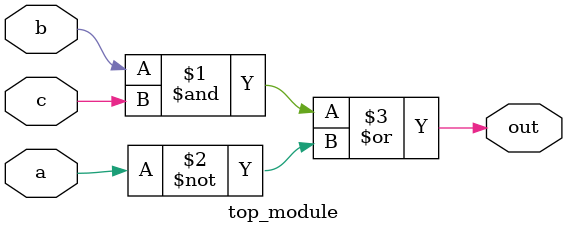
<source format=sv>
module top_module(
    input a, 
    input b,
    input c,
    output out
);

assign out = (b & c) | (~a);

endmodule

</source>
